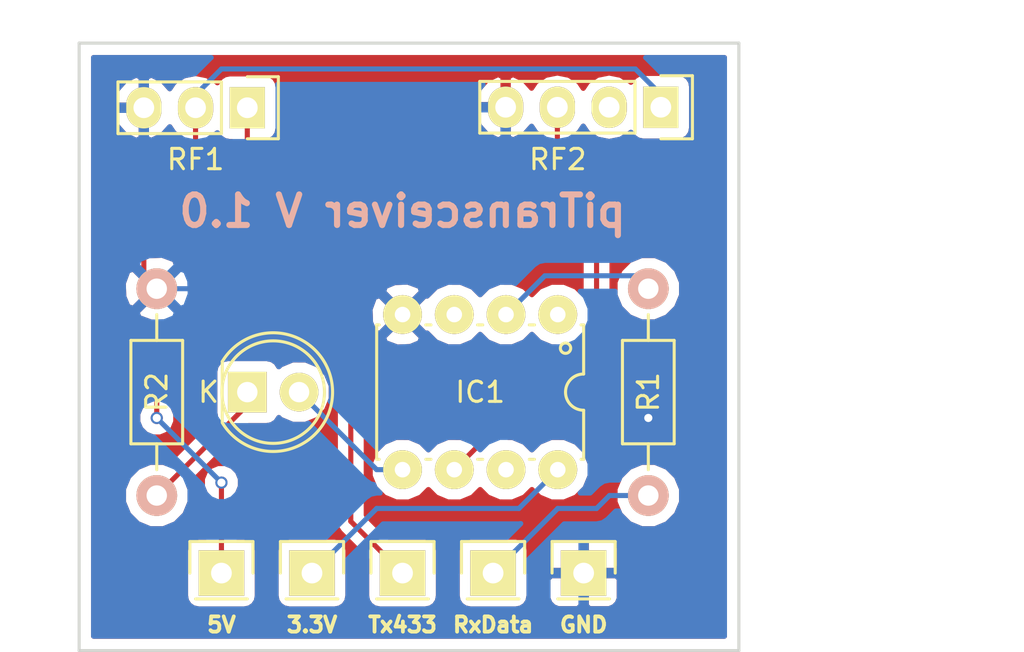
<source format=kicad_pcb>
(kicad_pcb (version 4) (host pcbnew 4.0.2+dfsg1-2~bpo8+1-stable)

  (general
    (links 13)
    (no_connects 0)
    (area 99.619999 81.204999 132.155001 111.200001)
    (thickness 1.6)
    (drawings 10)
    (tracks 52)
    (zones 0)
    (modules 11)
    (nets 14)
  )

  (page A4)
  (layers
    (0 F.Cu signal)
    (31 B.Cu signal)
    (32 B.Adhes user)
    (33 F.Adhes user)
    (34 B.Paste user)
    (35 F.Paste user)
    (36 B.SilkS user)
    (37 F.SilkS user)
    (38 B.Mask user)
    (39 F.Mask user)
    (40 Dwgs.User user)
    (41 Cmts.User user)
    (42 Eco1.User user)
    (43 Eco2.User user)
    (44 Edge.Cuts user)
    (45 Margin user)
    (46 B.CrtYd user)
    (47 F.CrtYd user)
    (48 B.Fab user)
    (49 F.Fab user)
  )

  (setup
    (last_trace_width 0.25)
    (trace_clearance 0.2)
    (zone_clearance 0.508)
    (zone_45_only no)
    (trace_min 0.2)
    (segment_width 0.2)
    (edge_width 0.15)
    (via_size 0.6)
    (via_drill 0.4)
    (via_min_size 0.4)
    (via_min_drill 0.3)
    (uvia_size 0.3)
    (uvia_drill 0.1)
    (uvias_allowed no)
    (uvia_min_size 0.2)
    (uvia_min_drill 0.1)
    (pcb_text_width 0.3)
    (pcb_text_size 0.75 0.75)
    (mod_edge_width 0.15)
    (mod_text_size 1 1)
    (mod_text_width 0.15)
    (pad_size 1.524 1.524)
    (pad_drill 0.762)
    (pad_to_mask_clearance 0.2)
    (aux_axis_origin 0 0)
    (visible_elements FFFFFF7F)
    (pcbplotparams
      (layerselection 0x00030_80000001)
      (usegerberextensions false)
      (excludeedgelayer true)
      (linewidth 0.100000)
      (plotframeref false)
      (viasonmask false)
      (mode 1)
      (useauxorigin false)
      (hpglpennumber 1)
      (hpglpenspeed 20)
      (hpglpendiameter 15)
      (hpglpenoverlay 2)
      (psnegative false)
      (psa4output false)
      (plotreference true)
      (plotvalue true)
      (plotinvisibletext false)
      (padsonsilk false)
      (subtractmaskfromsilk false)
      (outputformat 1)
      (mirror false)
      (drillshape 1)
      (scaleselection 1)
      (outputdirectory ""))
  )

  (net 0 "")
  (net 1 "Net-(D1-Pad2)")
  (net 2 "Net-(D1-Pad1)")
  (net 3 "Net-(IC1-Pad1)")
  (net 4 "Net-(IC1-Pad2)")
  (net 5 "Net-(IC1-Pad3)")
  (net 6 GND)
  (net 7 "Net-(IC1-Pad6)")
  (net 8 "Net-(IC1-Pad7)")
  (net 9 +3V3)
  (net 10 +5V)
  (net 11 "Net-(RF2-Pad2)")
  (net 12 "Net-(P2-Pad1)")
  (net 13 "Net-(P5-Pad1)")

  (net_class Default "This is the default net class."
    (clearance 0.2)
    (trace_width 0.25)
    (via_dia 0.6)
    (via_drill 0.4)
    (uvia_dia 0.3)
    (uvia_drill 0.1)
    (add_net +3V3)
    (add_net +5V)
    (add_net GND)
    (add_net "Net-(D1-Pad1)")
    (add_net "Net-(D1-Pad2)")
    (add_net "Net-(IC1-Pad1)")
    (add_net "Net-(IC1-Pad2)")
    (add_net "Net-(IC1-Pad3)")
    (add_net "Net-(IC1-Pad6)")
    (add_net "Net-(IC1-Pad7)")
    (add_net "Net-(P2-Pad1)")
    (add_net "Net-(P5-Pad1)")
    (add_net "Net-(RF2-Pad2)")
  )

  (module LEDs:LED-5MM (layer F.Cu) (tedit 57CC6B6E) (tstamp 57CC1B0B)
    (at 107.95 98.425)
    (descr "LED 5mm round vertical")
    (tags "LED 5mm round vertical")
    (path /57C5E819)
    (fp_text reference "" (at 1.524 4.064) (layer F.SilkS)
      (effects (font (size 1 1) (thickness 0.15)))
    )
    (fp_text value "" (at 1.524 -3.937) (layer F.Fab)
      (effects (font (size 1 1) (thickness 0.15)))
    )
    (fp_line (start -1.5 -1.55) (end -1.5 1.55) (layer F.CrtYd) (width 0.05))
    (fp_arc (start 1.3 0) (end -1.5 1.55) (angle -302) (layer F.CrtYd) (width 0.05))
    (fp_arc (start 1.27 0) (end -1.23 -1.5) (angle 297.5) (layer F.SilkS) (width 0.15))
    (fp_line (start -1.23 1.5) (end -1.23 -1.5) (layer F.SilkS) (width 0.15))
    (fp_circle (center 1.27 0) (end 0.97 -2.5) (layer F.SilkS) (width 0.15))
    (fp_text user K (at -1.905 0) (layer F.SilkS)
      (effects (font (size 1 1) (thickness 0.15)))
    )
    (pad 1 thru_hole rect (at 0 0 90) (size 2 1.9) (drill 1.00076) (layers *.Cu *.Mask F.SilkS)
      (net 2 "Net-(D1-Pad1)"))
    (pad 2 thru_hole circle (at 2.54 0) (size 1.9 1.9) (drill 1.00076) (layers *.Cu *.Mask F.SilkS)
      (net 1 "Net-(D1-Pad2)"))
    (model LEDs.3dshapes/LED-5MM.wrl
      (at (xyz 0.05 0 0))
      (scale (xyz 1 1 1))
      (rotate (xyz 0 0 90))
    )
  )

  (module Power_Integrations:PDIP-8 (layer F.Cu) (tedit 57CC6B7A) (tstamp 57CC1B17)
    (at 119.38 98.425 180)
    (descr "PDIP-8 Standard 300mil 8pin Dual In Line Package")
    (tags "Power Integrations P Package")
    (path /57C5E77A)
    (fp_text reference IC1 (at 0 0 180) (layer F.SilkS)
      (effects (font (size 1 1) (thickness 0.15)))
    )
    (fp_text value ATTINY85-S (at 0 -1.905 180) (layer F.Fab)
      (effects (font (size 1 1) (thickness 0.15)))
    )
    (fp_line (start -5.08 0.889) (end -5.08 3.302) (layer F.SilkS) (width 0.15))
    (fp_line (start -5.08 -0.889) (end -5.08 -3.302) (layer F.SilkS) (width 0.15))
    (fp_arc (start -5.08 0) (end -4.191 0) (angle 90) (layer F.SilkS) (width 0.15))
    (fp_arc (start -5.08 0) (end -5.08 -0.889) (angle 90) (layer F.SilkS) (width 0.15))
    (fp_circle (center -4.191 2.159) (end -3.937 2.159) (layer F.SilkS) (width 0.15))
    (fp_line (start 5.08 3.302) (end 4.953 3.302) (layer F.SilkS) (width 0.15))
    (fp_line (start 2.413 3.302) (end 2.667 3.302) (layer F.SilkS) (width 0.15))
    (fp_line (start -0.127 3.302) (end 0.127 3.302) (layer F.SilkS) (width 0.15))
    (fp_line (start -2.667 3.302) (end -2.413 3.302) (layer F.SilkS) (width 0.15))
    (fp_line (start -5.08 3.302) (end -4.953 3.302) (layer F.SilkS) (width 0.15))
    (fp_line (start -5.08 -3.302) (end -4.953 -3.302) (layer F.SilkS) (width 0.15))
    (fp_line (start 5.08 -3.302) (end 4.953 -3.302) (layer F.SilkS) (width 0.15))
    (fp_line (start 2.413 -3.302) (end 2.667 -3.302) (layer F.SilkS) (width 0.15))
    (fp_line (start -0.127 -3.302) (end 0.127 -3.302) (layer F.SilkS) (width 0.15))
    (fp_line (start -2.667 -3.302) (end -2.413 -3.302) (layer F.SilkS) (width 0.15))
    (fp_line (start 5.08 3.302) (end 5.08 -3.302) (layer F.SilkS) (width 0.15))
    (pad 1 thru_hole circle (at -3.81 3.81 180) (size 1.905 1.905) (drill 0.762) (layers *.Cu *.Mask F.SilkS)
      (net 3 "Net-(IC1-Pad1)"))
    (pad 2 thru_hole circle (at -1.27 3.81 180) (size 1.905 1.905) (drill 0.762) (layers *.Cu *.Mask F.SilkS)
      (net 4 "Net-(IC1-Pad2)"))
    (pad 3 thru_hole circle (at 1.27 3.81 180) (size 1.905 1.905) (drill 0.762) (layers *.Cu *.Mask F.SilkS)
      (net 5 "Net-(IC1-Pad3)"))
    (pad 4 thru_hole circle (at 3.81 3.81 180) (size 1.905 1.905) (drill 0.762) (layers *.Cu *.Mask F.SilkS)
      (net 6 GND))
    (pad 5 thru_hole circle (at 3.81 -3.81 180) (size 1.905 1.905) (drill 0.762) (layers *.Cu *.Mask F.SilkS)
      (net 1 "Net-(D1-Pad2)"))
    (pad 6 thru_hole circle (at 1.27 -3.81 180) (size 1.905 1.905) (drill 0.762) (layers *.Cu *.Mask F.SilkS)
      (net 7 "Net-(IC1-Pad6)"))
    (pad 7 thru_hole circle (at -1.27 -3.81 180) (size 1.905 1.905) (drill 0.762) (layers *.Cu *.Mask F.SilkS)
      (net 8 "Net-(IC1-Pad7)"))
    (pad 8 thru_hole circle (at -3.81 -3.81 180) (size 1.905 1.905) (drill 0.762) (layers *.Cu *.Mask F.SilkS)
      (net 9 +3V3))
  )

  (module Pin_Headers:Pin_Header_Straight_1x01 (layer F.Cu) (tedit 57CC6B48) (tstamp 57CC1B1C)
    (at 111.125 107.315)
    (descr "Through hole pin header")
    (tags "pin header")
    (path /57CC197E)
    (fp_text reference "" (at 0 -5.1) (layer F.SilkS)
      (effects (font (size 1 1) (thickness 0.15)))
    )
    (fp_text value "" (at 0 -3.1) (layer F.Fab)
      (effects (font (size 1 1) (thickness 0.15)))
    )
    (fp_line (start 1.55 -1.55) (end 1.55 0) (layer F.SilkS) (width 0.15))
    (fp_line (start -1.75 -1.75) (end -1.75 1.75) (layer F.CrtYd) (width 0.05))
    (fp_line (start 1.75 -1.75) (end 1.75 1.75) (layer F.CrtYd) (width 0.05))
    (fp_line (start -1.75 -1.75) (end 1.75 -1.75) (layer F.CrtYd) (width 0.05))
    (fp_line (start -1.75 1.75) (end 1.75 1.75) (layer F.CrtYd) (width 0.05))
    (fp_line (start -1.55 0) (end -1.55 -1.55) (layer F.SilkS) (width 0.15))
    (fp_line (start -1.55 -1.55) (end 1.55 -1.55) (layer F.SilkS) (width 0.15))
    (fp_line (start -1.27 1.27) (end 1.27 1.27) (layer F.SilkS) (width 0.15))
    (pad 1 thru_hole rect (at 0 0) (size 2.2352 2.2352) (drill 1.016) (layers *.Cu *.Mask F.SilkS)
      (net 9 +3V3))
    (model Pin_Headers.3dshapes/Pin_Header_Straight_1x01.wrl
      (at (xyz 0 0 0))
      (scale (xyz 1 1 1))
      (rotate (xyz 0 0 90))
    )
  )

  (module Pin_Headers:Pin_Header_Straight_1x01 (layer F.Cu) (tedit 57CC6B4D) (tstamp 57CC1B21)
    (at 115.57 107.315)
    (descr "Through hole pin header")
    (tags "pin header")
    (path /57CC22A8)
    (fp_text reference "" (at 0 -5.1) (layer F.SilkS)
      (effects (font (size 1 1) (thickness 0.15)))
    )
    (fp_text value "" (at 0 -3.1) (layer F.Fab)
      (effects (font (size 1 1) (thickness 0.15)))
    )
    (fp_line (start 1.55 -1.55) (end 1.55 0) (layer F.SilkS) (width 0.15))
    (fp_line (start -1.75 -1.75) (end -1.75 1.75) (layer F.CrtYd) (width 0.05))
    (fp_line (start 1.75 -1.75) (end 1.75 1.75) (layer F.CrtYd) (width 0.05))
    (fp_line (start -1.75 -1.75) (end 1.75 -1.75) (layer F.CrtYd) (width 0.05))
    (fp_line (start -1.75 1.75) (end 1.75 1.75) (layer F.CrtYd) (width 0.05))
    (fp_line (start -1.55 0) (end -1.55 -1.55) (layer F.SilkS) (width 0.15))
    (fp_line (start -1.55 -1.55) (end 1.55 -1.55) (layer F.SilkS) (width 0.15))
    (fp_line (start -1.27 1.27) (end 1.27 1.27) (layer F.SilkS) (width 0.15))
    (pad 1 thru_hole rect (at 0 0) (size 2.2352 2.2352) (drill 1.016) (layers *.Cu *.Mask F.SilkS)
      (net 12 "Net-(P2-Pad1)"))
    (model Pin_Headers.3dshapes/Pin_Header_Straight_1x01.wrl
      (at (xyz 0 0 0))
      (scale (xyz 1 1 1))
      (rotate (xyz 0 0 90))
    )
  )

  (module Pin_Headers:Pin_Header_Straight_1x01 (layer F.Cu) (tedit 57CC6A12) (tstamp 57CC1B26)
    (at 106.68 107.315)
    (descr "Through hole pin header")
    (tags "pin header")
    (path /57CC27FA)
    (fp_text reference "" (at 0 -5.1) (layer F.SilkS)
      (effects (font (size 1 1) (thickness 0.15)))
    )
    (fp_text value "" (at 0 -3.1) (layer F.Fab)
      (effects (font (size 1 1) (thickness 0.15)))
    )
    (fp_line (start 1.55 -1.55) (end 1.55 0) (layer F.SilkS) (width 0.15))
    (fp_line (start -1.75 -1.75) (end -1.75 1.75) (layer F.CrtYd) (width 0.05))
    (fp_line (start 1.75 -1.75) (end 1.75 1.75) (layer F.CrtYd) (width 0.05))
    (fp_line (start -1.75 -1.75) (end 1.75 -1.75) (layer F.CrtYd) (width 0.05))
    (fp_line (start -1.75 1.75) (end 1.75 1.75) (layer F.CrtYd) (width 0.05))
    (fp_line (start -1.55 0) (end -1.55 -1.55) (layer F.SilkS) (width 0.15))
    (fp_line (start -1.55 -1.55) (end 1.55 -1.55) (layer F.SilkS) (width 0.15))
    (fp_line (start -1.27 1.27) (end 1.27 1.27) (layer F.SilkS) (width 0.15))
    (pad 1 thru_hole rect (at 0 0) (size 2.2352 2.2352) (drill 1.016) (layers *.Cu *.Mask F.SilkS)
      (net 10 +5V))
    (model Pin_Headers.3dshapes/Pin_Header_Straight_1x01.wrl
      (at (xyz 0 0 0))
      (scale (xyz 1 1 1))
      (rotate (xyz 0 0 90))
    )
  )

  (module Pin_Headers:Pin_Header_Straight_1x01 (layer F.Cu) (tedit 57CC6B59) (tstamp 57CC1B2B)
    (at 124.46 107.315)
    (descr "Through hole pin header")
    (tags "pin header")
    (path /57CC28E9)
    (fp_text reference "" (at 0 -5.1) (layer F.SilkS)
      (effects (font (size 1 1) (thickness 0.15)))
    )
    (fp_text value "" (at 0 -3.1) (layer F.Fab)
      (effects (font (size 1 1) (thickness 0.15)))
    )
    (fp_line (start 1.55 -1.55) (end 1.55 0) (layer F.SilkS) (width 0.15))
    (fp_line (start -1.75 -1.75) (end -1.75 1.75) (layer F.CrtYd) (width 0.05))
    (fp_line (start 1.75 -1.75) (end 1.75 1.75) (layer F.CrtYd) (width 0.05))
    (fp_line (start -1.75 -1.75) (end 1.75 -1.75) (layer F.CrtYd) (width 0.05))
    (fp_line (start -1.75 1.75) (end 1.75 1.75) (layer F.CrtYd) (width 0.05))
    (fp_line (start -1.55 0) (end -1.55 -1.55) (layer F.SilkS) (width 0.15))
    (fp_line (start -1.55 -1.55) (end 1.55 -1.55) (layer F.SilkS) (width 0.15))
    (fp_line (start -1.27 1.27) (end 1.27 1.27) (layer F.SilkS) (width 0.15))
    (pad 1 thru_hole rect (at 0 0) (size 2.2352 2.2352) (drill 1.016) (layers *.Cu *.Mask F.SilkS)
      (net 6 GND))
    (model Pin_Headers.3dshapes/Pin_Header_Straight_1x01.wrl
      (at (xyz 0 0 0))
      (scale (xyz 1 1 1))
      (rotate (xyz 0 0 90))
    )
  )

  (module Pin_Headers:Pin_Header_Straight_1x01 (layer F.Cu) (tedit 57CC6B53) (tstamp 57CC1B30)
    (at 120.015 107.315)
    (descr "Through hole pin header")
    (tags "pin header")
    (path /57CC2460)
    (fp_text reference "" (at 0 -5.1) (layer F.SilkS)
      (effects (font (size 1 1) (thickness 0.15)))
    )
    (fp_text value "" (at 0 -3.1) (layer F.Fab)
      (effects (font (size 1 1) (thickness 0.15)))
    )
    (fp_line (start 1.55 -1.55) (end 1.55 0) (layer F.SilkS) (width 0.15))
    (fp_line (start -1.75 -1.75) (end -1.75 1.75) (layer F.CrtYd) (width 0.05))
    (fp_line (start 1.75 -1.75) (end 1.75 1.75) (layer F.CrtYd) (width 0.05))
    (fp_line (start -1.75 -1.75) (end 1.75 -1.75) (layer F.CrtYd) (width 0.05))
    (fp_line (start -1.75 1.75) (end 1.75 1.75) (layer F.CrtYd) (width 0.05))
    (fp_line (start -1.55 0) (end -1.55 -1.55) (layer F.SilkS) (width 0.15))
    (fp_line (start -1.55 -1.55) (end 1.55 -1.55) (layer F.SilkS) (width 0.15))
    (fp_line (start -1.27 1.27) (end 1.27 1.27) (layer F.SilkS) (width 0.15))
    (pad 1 thru_hole rect (at 0 0) (size 2.2352 2.2352) (drill 1.016) (layers *.Cu *.Mask F.SilkS)
      (net 13 "Net-(P5-Pad1)"))
    (model Pin_Headers.3dshapes/Pin_Header_Straight_1x01.wrl
      (at (xyz 0 0 0))
      (scale (xyz 1 1 1))
      (rotate (xyz 0 0 90))
    )
  )

  (module Resistors_ThroughHole:Resistor_Horizontal_RM10mm (layer F.Cu) (tedit 57CC6984) (tstamp 57CC1B36)
    (at 127.635 93.345 270)
    (descr "Resistor, Axial,  RM 10mm, 1/3W")
    (tags "Resistor Axial RM 10mm 1/3W")
    (path /57C5E871)
    (fp_text reference R1 (at 5.08 0 270) (layer F.SilkS)
      (effects (font (size 1 1) (thickness 0.15)))
    )
    (fp_text value "" (at 5.08 3.81 270) (layer F.Fab)
      (effects (font (size 1 1) (thickness 0.15)))
    )
    (fp_line (start -1.25 -1.5) (end 11.4 -1.5) (layer F.CrtYd) (width 0.05))
    (fp_line (start -1.25 1.5) (end -1.25 -1.5) (layer F.CrtYd) (width 0.05))
    (fp_line (start 11.4 -1.5) (end 11.4 1.5) (layer F.CrtYd) (width 0.05))
    (fp_line (start -1.25 1.5) (end 11.4 1.5) (layer F.CrtYd) (width 0.05))
    (fp_line (start 2.54 -1.27) (end 7.62 -1.27) (layer F.SilkS) (width 0.15))
    (fp_line (start 7.62 -1.27) (end 7.62 1.27) (layer F.SilkS) (width 0.15))
    (fp_line (start 7.62 1.27) (end 2.54 1.27) (layer F.SilkS) (width 0.15))
    (fp_line (start 2.54 1.27) (end 2.54 -1.27) (layer F.SilkS) (width 0.15))
    (fp_line (start 2.54 0) (end 1.27 0) (layer F.SilkS) (width 0.15))
    (fp_line (start 7.62 0) (end 8.89 0) (layer F.SilkS) (width 0.15))
    (pad 1 thru_hole circle (at 0 0 270) (size 1.99898 1.99898) (drill 1.00076) (layers *.Cu *.SilkS *.Mask)
      (net 4 "Net-(IC1-Pad2)"))
    (pad 2 thru_hole circle (at 10.16 0 270) (size 1.99898 1.99898) (drill 1.00076) (layers *.Cu *.SilkS *.Mask)
      (net 13 "Net-(P5-Pad1)"))
    (model Resistors_ThroughHole.3dshapes/Resistor_Horizontal_RM10mm.wrl
      (at (xyz 0 0 0))
      (scale (xyz 0.4 0.4 0.4))
      (rotate (xyz 0 0 0))
    )
  )

  (module Resistors_ThroughHole:Resistor_Horizontal_RM10mm (layer F.Cu) (tedit 57CC6972) (tstamp 57CC1B3C)
    (at 103.505 93.345 270)
    (descr "Resistor, Axial,  RM 10mm, 1/3W")
    (tags "Resistor Axial RM 10mm 1/3W")
    (path /57C5E8C8)
    (fp_text reference R2 (at 5.08 0 270) (layer F.SilkS)
      (effects (font (size 1 1) (thickness 0.15)))
    )
    (fp_text value "" (at 5.08 3.81 270) (layer F.Fab)
      (effects (font (size 1 1) (thickness 0.15)))
    )
    (fp_line (start -1.25 -1.5) (end 11.4 -1.5) (layer F.CrtYd) (width 0.05))
    (fp_line (start -1.25 1.5) (end -1.25 -1.5) (layer F.CrtYd) (width 0.05))
    (fp_line (start 11.4 -1.5) (end 11.4 1.5) (layer F.CrtYd) (width 0.05))
    (fp_line (start -1.25 1.5) (end 11.4 1.5) (layer F.CrtYd) (width 0.05))
    (fp_line (start 2.54 -1.27) (end 7.62 -1.27) (layer F.SilkS) (width 0.15))
    (fp_line (start 7.62 -1.27) (end 7.62 1.27) (layer F.SilkS) (width 0.15))
    (fp_line (start 7.62 1.27) (end 2.54 1.27) (layer F.SilkS) (width 0.15))
    (fp_line (start 2.54 1.27) (end 2.54 -1.27) (layer F.SilkS) (width 0.15))
    (fp_line (start 2.54 0) (end 1.27 0) (layer F.SilkS) (width 0.15))
    (fp_line (start 7.62 0) (end 8.89 0) (layer F.SilkS) (width 0.15))
    (pad 1 thru_hole circle (at 0 0 270) (size 1.99898 1.99898) (drill 1.00076) (layers *.Cu *.SilkS *.Mask)
      (net 6 GND))
    (pad 2 thru_hole circle (at 10.16 0 270) (size 1.99898 1.99898) (drill 1.00076) (layers *.Cu *.SilkS *.Mask)
      (net 2 "Net-(D1-Pad1)"))
    (model Resistors_ThroughHole.3dshapes/Resistor_Horizontal_RM10mm.wrl
      (at (xyz 0 0 0))
      (scale (xyz 0.4 0.4 0.4))
      (rotate (xyz 0 0 0))
    )
  )

  (module Sensors:RF_Transmitter_433_MHz (layer F.Cu) (tedit 57CC67B9) (tstamp 57CC1B43)
    (at 105.41 84.455 180)
    (path /57C5E6DB)
    (fp_text reference RF1 (at 0 -2.54 180) (layer F.SilkS)
      (effects (font (size 1 1) (thickness 0.15)))
    )
    (fp_text value RF_Transmitter_433_MHz (at 0 4.445 180) (layer F.Fab)
      (effects (font (size 1 1) (thickness 0.15)))
    )
    (fp_line (start 3.81 1.27) (end -1.27 1.27) (layer F.SilkS) (width 0.15))
    (fp_line (start 3.81 -1.27) (end 3.81 1.27) (layer F.SilkS) (width 0.15))
    (fp_line (start -1.27 -1.27) (end 3.81 -1.27) (layer F.SilkS) (width 0.15))
    (fp_line (start -1.27 1.27) (end -1.27 -1.27) (layer F.SilkS) (width 0.15))
    (fp_line (start -4.064 1.524) (end -2.54 1.524) (layer F.SilkS) (width 0.15))
    (fp_line (start -4.064 -1.524) (end -4.064 1.524) (layer F.SilkS) (width 0.15))
    (fp_line (start -2.54 -1.524) (end -4.064 -1.524) (layer F.SilkS) (width 0.15))
    (fp_line (start -4.445 0.635) (end -4.445 -0.635) (layer F.CrtYd) (width 0.15))
    (fp_line (start -6.985 0.635) (end -4.445 0.635) (layer F.CrtYd) (width 0.15))
    (fp_line (start -6.985 -0.635) (end -6.985 0.635) (layer F.CrtYd) (width 0.15))
    (fp_line (start 9.525 -0.635) (end -9.525 -0.635) (layer F.CrtYd) (width 0.15))
    (fp_line (start 9.525 -1.905) (end 9.525 -0.635) (layer F.CrtYd) (width 0.15))
    (fp_line (start -9.525 -1.905) (end 9.525 -1.905) (layer F.CrtYd) (width 0.15))
    (fp_line (start -9.525 -0.635) (end -9.525 -1.905) (layer F.CrtYd) (width 0.15))
    (pad 1 thru_hole rect (at -2.54 0 270) (size 2.032 1.7272) (drill 1.016) (layers *.Cu *.Mask F.SilkS)
      (net 12 "Net-(P2-Pad1)"))
    (pad 2 thru_hole oval (at 0 0 270) (size 2.032 1.7272) (drill 1.016) (layers *.Cu *.Mask F.SilkS)
      (net 10 +5V))
    (pad 3 thru_hole oval (at 2.54 0 270) (size 2.032 1.7272) (drill 1.016) (layers *.Cu *.Mask F.SilkS)
      (net 6 GND))
  )

  (module Sensors:RF_Receiver_433_MHz (layer F.Cu) (tedit 57CC67C6) (tstamp 57CC1B4B)
    (at 123.19 84.455 180)
    (descr "433 MHz RF Receiver")
    (tags "rf receiver 433 mhz")
    (path /57C5E674)
    (fp_text reference RF2 (at 0 -2.54 180) (layer F.SilkS)
      (effects (font (size 1 1) (thickness 0.15)))
    )
    (fp_text value RF_Receiver_433_MHz (at -4.445 4.445 180) (layer F.Fab)
      (effects (font (size 1 1) (thickness 0.15)))
    )
    (fp_line (start -4.7 -1.1) (end -4.7 -4.6) (layer F.CrtYd) (width 0.15))
    (fp_line (start -7.4 -1.1) (end -4.7 -1.1) (layer F.CrtYd) (width 0.15))
    (fp_line (start -7.4 -4.6) (end -7.4 -1.1) (layer F.CrtYd) (width 0.15))
    (fp_circle (center -20.8 -3) (end -19.6 -2) (layer F.CrtYd) (width 0.15))
    (fp_line (start 7.58 -4.55) (end 7.58 -5.55) (layer F.CrtYd) (width 0.15))
    (fp_line (start -22.82 -4.55) (end 7.58 -4.55) (layer F.CrtYd) (width 0.15))
    (fp_line (start -22.82 -5.54) (end -22.82 -4.55) (layer F.CrtYd) (width 0.15))
    (fp_line (start 7.58 -5.54) (end -22.82 -5.54) (layer F.CrtYd) (width 0.15))
    (fp_line (start -3.790707 1.294229) (end 3.829293 1.294229) (layer F.SilkS) (width 0.15))
    (fp_line (start -3.790707 -1.245771) (end 3.829293 -1.245771) (layer F.SilkS) (width 0.15))
    (fp_line (start -6.610707 -1.525771) (end -5.060707 -1.525771) (layer F.SilkS) (width 0.15))
    (fp_line (start 3.829293 1.294229) (end 3.829293 -1.245771) (layer F.SilkS) (width 0.15))
    (fp_line (start -3.790707 -1.245771) (end -3.790707 1.294229) (layer F.SilkS) (width 0.15))
    (fp_line (start -5.060707 1.574229) (end -6.610707 1.574229) (layer F.SilkS) (width 0.15))
    (fp_line (start -6.610707 1.574229) (end -6.610707 -1.525771) (layer F.SilkS) (width 0.15))
    (pad 1 thru_hole rect (at -5.060707 0.024229 270) (size 2.032 1.7272) (drill 1.016) (layers *.Cu *.Mask F.SilkS)
      (net 10 +5V))
    (pad 2 thru_hole oval (at -2.520707 0.024229 270) (size 2.032 1.7272) (drill 1.016) (layers *.Cu *.Mask F.SilkS)
      (net 11 "Net-(RF2-Pad2)"))
    (pad 3 thru_hole oval (at 0.019293 0.024229 270) (size 2.032 1.7272) (drill 1.016) (layers *.Cu *.Mask F.SilkS)
      (net 7 "Net-(IC1-Pad6)"))
    (pad 4 thru_hole oval (at 2.559293 0.024229 270) (size 2.032 1.7272) (drill 1.016) (layers *.Cu *.Mask F.SilkS)
      (net 6 GND))
    (model Pin_Headers.3dshapes/Pin_Header_Straight_1x04.wrl
      (at (xyz 0 -0.15 0))
      (scale (xyz 1 1 1))
      (rotate (xyz 0 0 90))
    )
  )

  (gr_text "piTransceiver V 1.0" (at 115.57 89.535) (layer B.SilkS)
    (effects (font (size 1.5 1.5) (thickness 0.3)) (justify mirror))
  )
  (gr_text GND (at 124.46 109.855) (layer F.SilkS)
    (effects (font (size 0.75 0.75) (thickness 0.1875)))
  )
  (gr_text RxData (at 120.015 109.855) (layer F.SilkS)
    (effects (font (size 0.75 0.75) (thickness 0.1875)))
  )
  (gr_text Tx433 (at 115.57 109.855) (layer F.SilkS)
    (effects (font (size 0.75 0.75) (thickness 0.1875)))
  )
  (gr_text 3.3V (at 111.125 109.855) (layer F.SilkS)
    (effects (font (size 0.75 0.75) (thickness 0.1875)))
  )
  (gr_text 5V (at 106.68 109.855) (layer F.SilkS)
    (effects (font (size 0.75 0.75) (thickness 0.1875)))
  )
  (gr_line (start 99.695 111.125) (end 132.08 111.125) (angle 90) (layer Edge.Cuts) (width 0.15))
  (gr_line (start 99.695 81.28) (end 99.695 111.125) (angle 90) (layer Edge.Cuts) (width 0.15))
  (gr_line (start 132.08 81.28) (end 99.695 81.28) (angle 90) (layer Edge.Cuts) (width 0.15))
  (gr_line (start 132.08 111.125) (end 132.08 81.28) (angle 90) (layer Edge.Cuts) (width 0.15))

  (segment (start 110.49 98.425) (end 114.3 102.235) (width 0.25) (layer B.Cu) (net 1) (status 80000))
  (segment (start 114.3 102.235) (end 115.57 102.235) (width 0.25) (layer B.Cu) (net 1) (status 80000))
  (segment (start 103.505 103.505) (end 107.95 99.06) (width 0.25) (layer F.Cu) (net 2) (status 80000))
  (segment (start 107.95 99.06) (end 107.95 98.425) (width 0.25) (layer F.Cu) (net 2) (status 80000))
  (segment (start 127.635 93.345) (end 127 92.71) (width 0.25) (layer B.Cu) (net 4) (status 80000))
  (segment (start 127 92.71) (end 122.555 92.71) (width 0.25) (layer B.Cu) (net 4) (status 80000))
  (segment (start 122.555 92.71) (end 120.65 94.615) (width 0.25) (layer B.Cu) (net 4) (status 80000))
  (segment (start 124.46 107.315) (end 124.46 104.14) (width 0.25) (layer F.Cu) (net 6) (status 400000))
  (segment (start 117.475 96.52) (end 115.57 94.615) (width 0.25) (layer B.Cu) (net 6) (status 80000))
  (segment (start 124.46 96.52) (end 117.475 96.52) (width 0.25) (layer B.Cu) (net 6) (status 80000))
  (segment (start 127.635 99.695) (end 124.46 96.52) (width 0.25) (layer B.Cu) (net 6) (status 80000))
  (via (at 127.635 99.695) (size 0.6) (layers F.Cu B.Cu) (net 6) (status 80000))
  (segment (start 127.635 100.965) (end 127.635 99.695) (width 0.25) (layer F.Cu) (net 6) (status 80000))
  (segment (start 125.73 102.87) (end 127.635 100.965) (width 0.25) (layer F.Cu) (net 6) (status 80000))
  (segment (start 124.46 104.14) (end 125.73 102.87) (width 0.25) (layer F.Cu) (net 6) (tstamp 57CC6CEA))
  (segment (start 115.57 94.615) (end 120.65 89.535) (width 0.25) (layer F.Cu) (net 6) (status 80000))
  (segment (start 120.65 89.535) (end 120.65 84.455) (width 0.25) (layer F.Cu) (net 6) (status 80000))
  (segment (start 120.65 84.455) (end 120.630707 84.430771) (width 0.25) (layer F.Cu) (net 6) (tstamp 57CC6C2F) (status 80000))
  (segment (start 115.57 94.615) (end 114.3 93.345) (width 0.25) (layer B.Cu) (net 6) (status 80000))
  (segment (start 114.3 93.345) (end 103.505 93.345) (width 0.25) (layer B.Cu) (net 6) (status 80000))
  (segment (start 103.505 93.345) (end 102.87 92.71) (width 0.25) (layer F.Cu) (net 6) (status 80000))
  (segment (start 102.87 92.71) (end 102.87 84.455) (width 0.25) (layer F.Cu) (net 6) (status 80000))
  (segment (start 125.095 93.98) (end 125.095 88.265) (width 0.25) (layer F.Cu) (net 7))
  (segment (start 125.095 95.25) (end 125.095 93.98) (width 0.25) (layer F.Cu) (net 7) (status 80000))
  (segment (start 118.11 102.235) (end 125.095 95.25) (width 0.25) (layer F.Cu) (net 7) (status 80000))
  (segment (start 123.170707 86.340707) (end 123.170707 84.430771) (width 0.25) (layer F.Cu) (net 7) (tstamp 57CC6D14) (status 800000))
  (segment (start 125.095 88.265) (end 123.170707 86.340707) (width 0.25) (layer F.Cu) (net 7) (tstamp 57CC6D0E))
  (segment (start 123.19 84.455) (end 123.170707 84.430771) (width 0.25) (layer F.Cu) (net 7) (tstamp 57CC6C30) (status 80000))
  (segment (start 111.125 107.315) (end 114.3 104.14) (width 0.25) (layer B.Cu) (net 9) (status 80000))
  (segment (start 114.3 104.14) (end 121.285 104.14) (width 0.25) (layer B.Cu) (net 9) (status 80000))
  (segment (start 121.285 104.14) (end 123.19 102.235) (width 0.25) (layer B.Cu) (net 9) (status 80000))
  (segment (start 128.250707 84.430771) (end 128.250707 83.800707) (width 0.25) (layer B.Cu) (net 10) (status C00000))
  (segment (start 128.250707 83.800707) (end 127 82.55) (width 0.25) (layer B.Cu) (net 10) (tstamp 57CC6C38) (status 400000))
  (segment (start 127 82.55) (end 106.68 82.55) (width 0.25) (layer B.Cu) (net 10) (status 80000))
  (segment (start 105.41 83.82) (end 106.68 82.55) (width 0.25) (layer B.Cu) (net 10) (tstamp 57CC6C33) (status 400000))
  (segment (start 105.41 84.455) (end 105.41 83.82) (width 0.25) (layer B.Cu) (net 10) (status C00000))
  (segment (start 105.41 84.455) (end 105.41 93.98) (width 0.25) (layer F.Cu) (net 10) (status 80000))
  (segment (start 105.41 93.98) (end 103.505 95.885) (width 0.25) (layer F.Cu) (net 10) (status 80000))
  (segment (start 103.505 95.885) (end 103.505 99.695) (width 0.25) (layer F.Cu) (net 10) (status 80000))
  (via (at 103.505 99.695) (size 0.6) (layers F.Cu B.Cu) (net 10) (status 80000))
  (segment (start 103.505 99.695) (end 106.68 102.87) (width 0.25) (layer B.Cu) (net 10) (status 80000))
  (via (at 106.68 102.87) (size 0.6) (layers F.Cu B.Cu) (net 10) (status 80000))
  (segment (start 106.68 102.87) (end 106.68 107.315) (width 0.25) (layer F.Cu) (net 10) (status 80000))
  (segment (start 128.250707 84.430771) (end 128.27 84.455) (width 0.25) (layer B.Cu) (net 10) (status 80000))
  (segment (start 107.95 84.455) (end 107.95 90.805) (width 0.25) (layer F.Cu) (net 12) (status 400000))
  (segment (start 113.03 104.775) (end 115.57 107.315) (width 0.25) (layer F.Cu) (net 12) (tstamp 57CC6CB8) (status 800000))
  (segment (start 113.03 95.885) (end 113.03 104.775) (width 0.25) (layer F.Cu) (net 12) (tstamp 57CC6CB3))
  (segment (start 107.95 90.805) (end 113.03 95.885) (width 0.25) (layer F.Cu) (net 12) (tstamp 57CC6CA7))
  (segment (start 127.635 103.505) (end 125.73 103.505) (width 0.25) (layer B.Cu) (net 13) (status 400000))
  (segment (start 123.19 104.14) (end 120.015 107.315) (width 0.25) (layer B.Cu) (net 13) (tstamp 57CC6C51) (status 800000))
  (segment (start 125.095 104.14) (end 123.19 104.14) (width 0.25) (layer B.Cu) (net 13) (tstamp 57CC6C4D))
  (segment (start 125.73 103.505) (end 125.095 104.14) (width 0.25) (layer B.Cu) (net 13) (tstamp 57CC6C45))

  (zone (net 6) (net_name GND) (layer F.Cu) (tstamp 57CC6E3E) (hatch edge 0.508)
    (connect_pads (clearance 0.508))
    (min_thickness 0.254)
    (fill yes (arc_segments 16) (thermal_gap 0.508) (thermal_bridge_width 0.508))
    (polygon
      (pts
        (xy 99.695 81.28) (xy 132.08 81.28) (xy 132.08 111.125) (xy 99.695 111.125)
      )
    )
    (filled_polygon
      (pts
        (xy 131.37 110.415) (xy 100.405 110.415) (xy 100.405 106.1974) (xy 104.91496 106.1974) (xy 104.91496 108.4326)
        (xy 104.959238 108.667917) (xy 105.09831 108.884041) (xy 105.31051 109.029031) (xy 105.5624 109.08004) (xy 107.7976 109.08004)
        (xy 108.032917 109.035762) (xy 108.249041 108.89669) (xy 108.394031 108.68449) (xy 108.44504 108.4326) (xy 108.44504 106.1974)
        (xy 109.35996 106.1974) (xy 109.35996 108.4326) (xy 109.404238 108.667917) (xy 109.54331 108.884041) (xy 109.75551 109.029031)
        (xy 110.0074 109.08004) (xy 112.2426 109.08004) (xy 112.477917 109.035762) (xy 112.694041 108.89669) (xy 112.839031 108.68449)
        (xy 112.89004 108.4326) (xy 112.89004 106.1974) (xy 112.845762 105.962083) (xy 112.70669 105.745959) (xy 112.49449 105.600969)
        (xy 112.2426 105.54996) (xy 110.0074 105.54996) (xy 109.772083 105.594238) (xy 109.555959 105.73331) (xy 109.410969 105.94551)
        (xy 109.35996 106.1974) (xy 108.44504 106.1974) (xy 108.400762 105.962083) (xy 108.26169 105.745959) (xy 108.04949 105.600969)
        (xy 107.7976 105.54996) (xy 107.44 105.54996) (xy 107.44 103.432463) (xy 107.472192 103.400327) (xy 107.614838 103.056799)
        (xy 107.615162 102.684833) (xy 107.473117 102.341057) (xy 107.210327 102.077808) (xy 106.866799 101.935162) (xy 106.494833 101.934838)
        (xy 106.151057 102.076883) (xy 105.887808 102.339673) (xy 105.745162 102.683201) (xy 105.744838 103.055167) (xy 105.886883 103.398943)
        (xy 105.92 103.432118) (xy 105.92 105.54996) (xy 105.5624 105.54996) (xy 105.327083 105.594238) (xy 105.110959 105.73331)
        (xy 104.965969 105.94551) (xy 104.91496 106.1974) (xy 100.405 106.1974) (xy 100.405 103.828694) (xy 101.870226 103.828694)
        (xy 102.118538 104.429655) (xy 102.577927 104.889846) (xy 103.178453 105.139206) (xy 103.828694 105.139774) (xy 104.429655 104.891462)
        (xy 104.889846 104.432073) (xy 105.139206 103.831547) (xy 105.139774 103.181306) (xy 105.070691 103.014111) (xy 108.012362 100.07244)
        (xy 108.9 100.07244) (xy 109.135317 100.028162) (xy 109.351441 99.88909) (xy 109.496431 99.67689) (xy 109.497055 99.673808)
        (xy 109.590997 99.767914) (xy 110.173341 100.009724) (xy 110.803893 100.010275) (xy 111.386657 99.769481) (xy 111.832914 99.324003)
        (xy 112.074724 98.741659) (xy 112.075275 98.111107) (xy 111.834481 97.528343) (xy 111.389003 97.082086) (xy 110.806659 96.840276)
        (xy 110.176107 96.839725) (xy 109.593343 97.080519) (xy 109.495663 97.178029) (xy 109.36409 96.973559) (xy 109.15189 96.828569)
        (xy 108.9 96.77756) (xy 107 96.77756) (xy 106.764683 96.821838) (xy 106.548559 96.96091) (xy 106.403569 97.17311)
        (xy 106.35256 97.425) (xy 106.35256 99.425) (xy 106.377524 99.557674) (xy 103.996083 101.939115) (xy 103.831547 101.870794)
        (xy 103.181306 101.870226) (xy 102.580345 102.118538) (xy 102.120154 102.577927) (xy 101.870794 103.178453) (xy 101.870226 103.828694)
        (xy 100.405 103.828694) (xy 100.405 93.080582) (xy 101.859599 93.080582) (xy 101.883659 93.730377) (xy 102.086035 94.218958)
        (xy 102.352837 94.317557) (xy 103.325395 93.345) (xy 102.352837 92.372443) (xy 102.086035 92.471042) (xy 101.859599 93.080582)
        (xy 100.405 93.080582) (xy 100.405 92.192837) (xy 102.532443 92.192837) (xy 103.505 93.165395) (xy 103.519142 93.151252)
        (xy 103.698748 93.330858) (xy 103.684605 93.345) (xy 103.698748 93.359142) (xy 103.519142 93.538748) (xy 103.505 93.524605)
        (xy 102.532443 94.497163) (xy 102.631042 94.763965) (xy 103.240582 94.990401) (xy 103.328035 94.987163) (xy 102.967599 95.347599)
        (xy 102.802852 95.594161) (xy 102.745 95.885) (xy 102.745 99.132537) (xy 102.712808 99.164673) (xy 102.570162 99.508201)
        (xy 102.569838 99.880167) (xy 102.711883 100.223943) (xy 102.974673 100.487192) (xy 103.318201 100.629838) (xy 103.690167 100.630162)
        (xy 104.033943 100.488117) (xy 104.297192 100.225327) (xy 104.439838 99.881799) (xy 104.440162 99.509833) (xy 104.298117 99.166057)
        (xy 104.265 99.132882) (xy 104.265 96.199802) (xy 105.947401 94.517401) (xy 106.112148 94.270839) (xy 106.17 93.98)
        (xy 106.17 85.899648) (xy 106.46967 85.699415) (xy 106.479243 85.685087) (xy 106.483238 85.706317) (xy 106.62231 85.922441)
        (xy 106.83451 86.067431) (xy 107.0864 86.11844) (xy 107.19 86.11844) (xy 107.19 90.805) (xy 107.247852 91.095839)
        (xy 107.412599 91.342401) (xy 112.27 96.199802) (xy 112.27 104.775) (xy 112.327852 105.065839) (xy 112.492599 105.312401)
        (xy 113.80496 106.624762) (xy 113.80496 108.4326) (xy 113.849238 108.667917) (xy 113.98831 108.884041) (xy 114.20051 109.029031)
        (xy 114.4524 109.08004) (xy 116.6876 109.08004) (xy 116.922917 109.035762) (xy 117.139041 108.89669) (xy 117.284031 108.68449)
        (xy 117.33504 108.4326) (xy 117.33504 106.1974) (xy 118.24996 106.1974) (xy 118.24996 108.4326) (xy 118.294238 108.667917)
        (xy 118.43331 108.884041) (xy 118.64551 109.029031) (xy 118.8974 109.08004) (xy 121.1326 109.08004) (xy 121.367917 109.035762)
        (xy 121.584041 108.89669) (xy 121.729031 108.68449) (xy 121.78004 108.4326) (xy 121.78004 107.60075) (xy 122.7074 107.60075)
        (xy 122.7074 108.55891) (xy 122.804073 108.792299) (xy 122.982702 108.970927) (xy 123.216091 109.0676) (xy 124.17425 109.0676)
        (xy 124.333 108.90885) (xy 124.333 107.442) (xy 124.587 107.442) (xy 124.587 108.90885) (xy 124.74575 109.0676)
        (xy 125.703909 109.0676) (xy 125.937298 108.970927) (xy 126.115927 108.792299) (xy 126.2126 108.55891) (xy 126.2126 107.60075)
        (xy 126.05385 107.442) (xy 124.587 107.442) (xy 124.333 107.442) (xy 122.86615 107.442) (xy 122.7074 107.60075)
        (xy 121.78004 107.60075) (xy 121.78004 106.1974) (xy 121.756274 106.07109) (xy 122.7074 106.07109) (xy 122.7074 107.02925)
        (xy 122.86615 107.188) (xy 124.333 107.188) (xy 124.333 105.72115) (xy 124.587 105.72115) (xy 124.587 107.188)
        (xy 126.05385 107.188) (xy 126.2126 107.02925) (xy 126.2126 106.07109) (xy 126.115927 105.837701) (xy 125.937298 105.659073)
        (xy 125.703909 105.5624) (xy 124.74575 105.5624) (xy 124.587 105.72115) (xy 124.333 105.72115) (xy 124.17425 105.5624)
        (xy 123.216091 105.5624) (xy 122.982702 105.659073) (xy 122.804073 105.837701) (xy 122.7074 106.07109) (xy 121.756274 106.07109)
        (xy 121.735762 105.962083) (xy 121.59669 105.745959) (xy 121.38449 105.600969) (xy 121.1326 105.54996) (xy 118.8974 105.54996)
        (xy 118.662083 105.594238) (xy 118.445959 105.73331) (xy 118.300969 105.94551) (xy 118.24996 106.1974) (xy 117.33504 106.1974)
        (xy 117.290762 105.962083) (xy 117.15169 105.745959) (xy 116.93949 105.600969) (xy 116.6876 105.54996) (xy 114.879762 105.54996)
        (xy 113.79 104.460198) (xy 113.79 103.828694) (xy 126.000226 103.828694) (xy 126.248538 104.429655) (xy 126.707927 104.889846)
        (xy 127.308453 105.139206) (xy 127.958694 105.139774) (xy 128.559655 104.891462) (xy 129.019846 104.432073) (xy 129.269206 103.831547)
        (xy 129.269774 103.181306) (xy 129.021462 102.580345) (xy 128.562073 102.120154) (xy 127.961547 101.870794) (xy 127.311306 101.870226)
        (xy 126.710345 102.118538) (xy 126.250154 102.577927) (xy 126.000794 103.178453) (xy 126.000226 103.828694) (xy 113.79 103.828694)
        (xy 113.79 102.549388) (xy 113.982225 102.549388) (xy 114.223398 103.133072) (xy 114.669579 103.580032) (xy 115.252841 103.822224)
        (xy 115.884388 103.822775) (xy 116.468072 103.581602) (xy 116.840257 103.210065) (xy 117.209579 103.580032) (xy 117.792841 103.822224)
        (xy 118.424388 103.822775) (xy 119.008072 103.581602) (xy 119.380257 103.210065) (xy 119.749579 103.580032) (xy 120.332841 103.822224)
        (xy 120.964388 103.822775) (xy 121.548072 103.581602) (xy 121.920257 103.210065) (xy 122.289579 103.580032) (xy 122.872841 103.822224)
        (xy 123.504388 103.822775) (xy 124.088072 103.581602) (xy 124.535032 103.135421) (xy 124.777224 102.552159) (xy 124.777775 101.920612)
        (xy 124.536602 101.336928) (xy 124.090421 100.889968) (xy 123.507159 100.647776) (xy 122.875612 100.647225) (xy 122.291928 100.888398)
        (xy 121.919743 101.259935) (xy 121.550421 100.889968) (xy 120.967159 100.647776) (xy 120.772196 100.647606) (xy 125.632401 95.787401)
        (xy 125.797148 95.540839) (xy 125.855 95.25) (xy 125.855 93.668694) (xy 126.000226 93.668694) (xy 126.248538 94.269655)
        (xy 126.707927 94.729846) (xy 127.308453 94.979206) (xy 127.958694 94.979774) (xy 128.559655 94.731462) (xy 129.019846 94.272073)
        (xy 129.269206 93.671547) (xy 129.269774 93.021306) (xy 129.021462 92.420345) (xy 128.562073 91.960154) (xy 127.961547 91.710794)
        (xy 127.311306 91.710226) (xy 126.710345 91.958538) (xy 126.250154 92.417927) (xy 126.000794 93.018453) (xy 126.000226 93.668694)
        (xy 125.855 93.668694) (xy 125.855 88.265) (xy 125.797148 87.974161) (xy 125.797148 87.97416) (xy 125.632401 87.727599)
        (xy 123.930707 86.025905) (xy 123.930707 85.875419) (xy 124.230377 85.675186) (xy 124.440707 85.360405) (xy 124.651037 85.675186)
        (xy 125.137218 86.000042) (xy 125.710707 86.114116) (xy 126.284196 86.000042) (xy 126.770377 85.675186) (xy 126.77995 85.660858)
        (xy 126.783945 85.682088) (xy 126.923017 85.898212) (xy 127.135217 86.043202) (xy 127.387107 86.094211) (xy 129.114307 86.094211)
        (xy 129.349624 86.049933) (xy 129.565748 85.910861) (xy 129.710738 85.698661) (xy 129.761747 85.446771) (xy 129.761747 83.414771)
        (xy 129.717469 83.179454) (xy 129.578397 82.96333) (xy 129.366197 82.81834) (xy 129.114307 82.767331) (xy 127.387107 82.767331)
        (xy 127.15179 82.811609) (xy 126.935666 82.950681) (xy 126.790676 83.162881) (xy 126.782307 83.20421) (xy 126.770377 83.186356)
        (xy 126.284196 82.8615) (xy 125.710707 82.747426) (xy 125.137218 82.8615) (xy 124.651037 83.186356) (xy 124.440707 83.501137)
        (xy 124.230377 83.186356) (xy 123.744196 82.8615) (xy 123.170707 82.747426) (xy 122.597218 82.8615) (xy 122.111037 83.186356)
        (xy 121.904246 83.49584) (xy 121.532743 83.080039) (xy 121.005498 82.826062) (xy 120.989733 82.823413) (xy 120.757707 82.944554)
        (xy 120.757707 84.303771) (xy 120.777707 84.303771) (xy 120.777707 84.557771) (xy 120.757707 84.557771) (xy 120.757707 85.916988)
        (xy 120.989733 86.038129) (xy 121.005498 86.03548) (xy 121.532743 85.781503) (xy 121.904246 85.365702) (xy 122.111037 85.675186)
        (xy 122.410707 85.875419) (xy 122.410707 86.340707) (xy 122.468559 86.631546) (xy 122.633306 86.878108) (xy 124.335 88.579802)
        (xy 124.335 93.514974) (xy 124.090421 93.269968) (xy 123.507159 93.027776) (xy 122.875612 93.027225) (xy 122.291928 93.268398)
        (xy 121.919743 93.639935) (xy 121.550421 93.269968) (xy 120.967159 93.027776) (xy 120.335612 93.027225) (xy 119.751928 93.268398)
        (xy 119.379743 93.639935) (xy 119.010421 93.269968) (xy 118.427159 93.027776) (xy 117.795612 93.027225) (xy 117.211928 93.268398)
        (xy 116.773032 93.706529) (xy 116.688159 93.676446) (xy 115.749605 94.615) (xy 116.688159 95.553554) (xy 116.773583 95.523275)
        (xy 117.209579 95.960032) (xy 117.792841 96.202224) (xy 118.424388 96.202775) (xy 119.008072 95.961602) (xy 119.380257 95.590065)
        (xy 119.749579 95.960032) (xy 120.332841 96.202224) (xy 120.964388 96.202775) (xy 121.548072 95.961602) (xy 121.920257 95.590065)
        (xy 122.289579 95.960032) (xy 122.872841 96.202224) (xy 123.067804 96.202394) (xy 118.565131 100.705067) (xy 118.427159 100.647776)
        (xy 117.795612 100.647225) (xy 117.211928 100.888398) (xy 116.839743 101.259935) (xy 116.470421 100.889968) (xy 115.887159 100.647776)
        (xy 115.255612 100.647225) (xy 114.671928 100.888398) (xy 114.224968 101.334579) (xy 113.982776 101.917841) (xy 113.982225 102.549388)
        (xy 113.79 102.549388) (xy 113.79 95.885) (xy 113.759797 95.733159) (xy 114.631446 95.733159) (xy 114.724288 95.995088)
        (xy 115.316801 96.213675) (xy 115.947861 96.188878) (xy 116.415712 95.995088) (xy 116.508554 95.733159) (xy 115.57 94.794605)
        (xy 114.631446 95.733159) (xy 113.759797 95.733159) (xy 113.732148 95.594161) (xy 113.567401 95.347599) (xy 112.581603 94.361801)
        (xy 113.971325 94.361801) (xy 113.996122 94.992861) (xy 114.189912 95.460712) (xy 114.451841 95.553554) (xy 115.390395 94.615)
        (xy 114.451841 93.676446) (xy 114.189912 93.769288) (xy 113.971325 94.361801) (xy 112.581603 94.361801) (xy 111.716643 93.496841)
        (xy 114.631446 93.496841) (xy 115.57 94.435395) (xy 116.508554 93.496841) (xy 116.415712 93.234912) (xy 115.823199 93.016325)
        (xy 115.192139 93.041122) (xy 114.724288 93.234912) (xy 114.631446 93.496841) (xy 111.716643 93.496841) (xy 108.71 90.490198)
        (xy 108.71 86.11844) (xy 108.8136 86.11844) (xy 109.048917 86.074162) (xy 109.265041 85.93509) (xy 109.410031 85.72289)
        (xy 109.46104 85.471) (xy 109.46104 84.792684) (xy 119.145523 84.792684) (xy 119.338753 85.345091) (xy 119.728671 85.781503)
        (xy 120.255916 86.03548) (xy 120.271681 86.038129) (xy 120.503707 85.916988) (xy 120.503707 84.557771) (xy 119.289783 84.557771)
        (xy 119.145523 84.792684) (xy 109.46104 84.792684) (xy 109.46104 84.068858) (xy 119.145523 84.068858) (xy 119.289783 84.303771)
        (xy 120.503707 84.303771) (xy 120.503707 82.944554) (xy 120.271681 82.823413) (xy 120.255916 82.826062) (xy 119.728671 83.080039)
        (xy 119.338753 83.516451) (xy 119.145523 84.068858) (xy 109.46104 84.068858) (xy 109.46104 83.439) (xy 109.416762 83.203683)
        (xy 109.27769 82.987559) (xy 109.06549 82.842569) (xy 108.8136 82.79156) (xy 107.0864 82.79156) (xy 106.851083 82.835838)
        (xy 106.634959 82.97491) (xy 106.489969 83.18711) (xy 106.4816 83.228439) (xy 106.46967 83.210585) (xy 105.983489 82.885729)
        (xy 105.41 82.771655) (xy 104.836511 82.885729) (xy 104.35033 83.210585) (xy 104.143539 83.520069) (xy 103.772036 83.104268)
        (xy 103.244791 82.850291) (xy 103.229026 82.847642) (xy 102.997 82.968783) (xy 102.997 84.328) (xy 103.017 84.328)
        (xy 103.017 84.582) (xy 102.997 84.582) (xy 102.997 85.941217) (xy 103.229026 86.062358) (xy 103.244791 86.059709)
        (xy 103.772036 85.805732) (xy 104.143539 85.389931) (xy 104.35033 85.699415) (xy 104.65 85.899648) (xy 104.65 92.136716)
        (xy 104.591838 92.078554) (xy 104.477556 92.192836) (xy 104.378958 91.926035) (xy 103.769418 91.699599) (xy 103.119623 91.723659)
        (xy 102.631042 91.926035) (xy 102.532443 92.192837) (xy 100.405 92.192837) (xy 100.405 84.816913) (xy 101.384816 84.816913)
        (xy 101.578046 85.36932) (xy 101.967964 85.805732) (xy 102.495209 86.059709) (xy 102.510974 86.062358) (xy 102.743 85.941217)
        (xy 102.743 84.582) (xy 101.529076 84.582) (xy 101.384816 84.816913) (xy 100.405 84.816913) (xy 100.405 84.093087)
        (xy 101.384816 84.093087) (xy 101.529076 84.328) (xy 102.743 84.328) (xy 102.743 82.968783) (xy 102.510974 82.847642)
        (xy 102.495209 82.850291) (xy 101.967964 83.104268) (xy 101.578046 83.54068) (xy 101.384816 84.093087) (xy 100.405 84.093087)
        (xy 100.405 81.99) (xy 131.37 81.99)
      )
    )
  )
  (zone (net 6) (net_name GND) (layer B.Cu) (tstamp 57CC6E6E) (hatch edge 0.508)
    (connect_pads (clearance 0.508))
    (min_thickness 0.254)
    (fill yes (arc_segments 16) (thermal_gap 0.508) (thermal_bridge_width 0.508))
    (polygon
      (pts
        (xy 99.695 81.28) (xy 132.08 81.28) (xy 132.08 111.125) (xy 99.695 111.125)
      )
    )
    (filled_polygon
      (pts
        (xy 106.142599 82.012599) (xy 105.376974 82.778224) (xy 104.836511 82.885729) (xy 104.35033 83.210585) (xy 104.143539 83.520069)
        (xy 103.772036 83.104268) (xy 103.244791 82.850291) (xy 103.229026 82.847642) (xy 102.997 82.968783) (xy 102.997 84.328)
        (xy 103.017 84.328) (xy 103.017 84.582) (xy 102.997 84.582) (xy 102.997 85.941217) (xy 103.229026 86.062358)
        (xy 103.244791 86.059709) (xy 103.772036 85.805732) (xy 104.143539 85.389931) (xy 104.35033 85.699415) (xy 104.836511 86.024271)
        (xy 105.41 86.138345) (xy 105.983489 86.024271) (xy 106.46967 85.699415) (xy 106.479243 85.685087) (xy 106.483238 85.706317)
        (xy 106.62231 85.922441) (xy 106.83451 86.067431) (xy 107.0864 86.11844) (xy 108.8136 86.11844) (xy 109.048917 86.074162)
        (xy 109.265041 85.93509) (xy 109.410031 85.72289) (xy 109.46104 85.471) (xy 109.46104 84.792684) (xy 119.145523 84.792684)
        (xy 119.338753 85.345091) (xy 119.728671 85.781503) (xy 120.255916 86.03548) (xy 120.271681 86.038129) (xy 120.503707 85.916988)
        (xy 120.503707 84.557771) (xy 119.289783 84.557771) (xy 119.145523 84.792684) (xy 109.46104 84.792684) (xy 109.46104 83.439)
        (xy 109.436767 83.31) (xy 119.523209 83.31) (xy 119.338753 83.516451) (xy 119.145523 84.068858) (xy 119.289783 84.303771)
        (xy 120.503707 84.303771) (xy 120.503707 84.283771) (xy 120.757707 84.283771) (xy 120.757707 84.303771) (xy 120.777707 84.303771)
        (xy 120.777707 84.557771) (xy 120.757707 84.557771) (xy 120.757707 85.916988) (xy 120.989733 86.038129) (xy 121.005498 86.03548)
        (xy 121.532743 85.781503) (xy 121.904246 85.365702) (xy 122.111037 85.675186) (xy 122.597218 86.000042) (xy 123.170707 86.114116)
        (xy 123.744196 86.000042) (xy 124.230377 85.675186) (xy 124.440707 85.360405) (xy 124.651037 85.675186) (xy 125.137218 86.000042)
        (xy 125.710707 86.114116) (xy 126.284196 86.000042) (xy 126.770377 85.675186) (xy 126.77995 85.660858) (xy 126.783945 85.682088)
        (xy 126.923017 85.898212) (xy 127.135217 86.043202) (xy 127.387107 86.094211) (xy 129.114307 86.094211) (xy 129.349624 86.049933)
        (xy 129.565748 85.910861) (xy 129.710738 85.698661) (xy 129.761747 85.446771) (xy 129.761747 83.414771) (xy 129.717469 83.179454)
        (xy 129.578397 82.96333) (xy 129.366197 82.81834) (xy 129.114307 82.767331) (xy 128.292133 82.767331) (xy 127.537401 82.012599)
        (xy 127.503579 81.99) (xy 131.37 81.99) (xy 131.37 110.415) (xy 100.405 110.415) (xy 100.405 106.1974)
        (xy 104.91496 106.1974) (xy 104.91496 108.4326) (xy 104.959238 108.667917) (xy 105.09831 108.884041) (xy 105.31051 109.029031)
        (xy 105.5624 109.08004) (xy 107.7976 109.08004) (xy 108.032917 109.035762) (xy 108.249041 108.89669) (xy 108.394031 108.68449)
        (xy 108.44504 108.4326) (xy 108.44504 106.1974) (xy 108.400762 105.962083) (xy 108.26169 105.745959) (xy 108.04949 105.600969)
        (xy 107.7976 105.54996) (xy 105.5624 105.54996) (xy 105.327083 105.594238) (xy 105.110959 105.73331) (xy 104.965969 105.94551)
        (xy 104.91496 106.1974) (xy 100.405 106.1974) (xy 100.405 103.828694) (xy 101.870226 103.828694) (xy 102.118538 104.429655)
        (xy 102.577927 104.889846) (xy 103.178453 105.139206) (xy 103.828694 105.139774) (xy 104.429655 104.891462) (xy 104.889846 104.432073)
        (xy 105.139206 103.831547) (xy 105.139774 103.181306) (xy 104.891462 102.580345) (xy 104.432073 102.120154) (xy 103.831547 101.870794)
        (xy 103.181306 101.870226) (xy 102.580345 102.118538) (xy 102.120154 102.577927) (xy 101.870794 103.178453) (xy 101.870226 103.828694)
        (xy 100.405 103.828694) (xy 100.405 99.880167) (xy 102.569838 99.880167) (xy 102.711883 100.223943) (xy 102.974673 100.487192)
        (xy 103.318201 100.629838) (xy 103.365077 100.629879) (xy 105.744878 103.00968) (xy 105.744838 103.055167) (xy 105.886883 103.398943)
        (xy 106.149673 103.662192) (xy 106.493201 103.804838) (xy 106.865167 103.805162) (xy 107.208943 103.663117) (xy 107.472192 103.400327)
        (xy 107.614838 103.056799) (xy 107.615162 102.684833) (xy 107.473117 102.341057) (xy 107.210327 102.077808) (xy 106.866799 101.935162)
        (xy 106.819923 101.935121) (xy 104.440122 99.55532) (xy 104.440162 99.509833) (xy 104.298117 99.166057) (xy 104.035327 98.902808)
        (xy 103.691799 98.760162) (xy 103.319833 98.759838) (xy 102.976057 98.901883) (xy 102.712808 99.164673) (xy 102.570162 99.508201)
        (xy 102.569838 99.880167) (xy 100.405 99.880167) (xy 100.405 97.425) (xy 106.35256 97.425) (xy 106.35256 99.425)
        (xy 106.396838 99.660317) (xy 106.53591 99.876441) (xy 106.74811 100.021431) (xy 107 100.07244) (xy 108.9 100.07244)
        (xy 109.135317 100.028162) (xy 109.351441 99.88909) (xy 109.496431 99.67689) (xy 109.497055 99.673808) (xy 109.590997 99.767914)
        (xy 110.173341 100.009724) (xy 110.803893 100.010275) (xy 110.942996 99.952798) (xy 113.762599 102.772401) (xy 114.009161 102.937148)
        (xy 114.154379 102.966034) (xy 114.223398 103.133072) (xy 114.469896 103.38) (xy 114.3 103.38) (xy 114.009161 103.437852)
        (xy 113.762599 103.602599) (xy 111.815238 105.54996) (xy 110.0074 105.54996) (xy 109.772083 105.594238) (xy 109.555959 105.73331)
        (xy 109.410969 105.94551) (xy 109.35996 106.1974) (xy 109.35996 108.4326) (xy 109.404238 108.667917) (xy 109.54331 108.884041)
        (xy 109.75551 109.029031) (xy 110.0074 109.08004) (xy 112.2426 109.08004) (xy 112.477917 109.035762) (xy 112.694041 108.89669)
        (xy 112.839031 108.68449) (xy 112.89004 108.4326) (xy 112.89004 106.624762) (xy 113.317402 106.1974) (xy 113.80496 106.1974)
        (xy 113.80496 108.4326) (xy 113.849238 108.667917) (xy 113.98831 108.884041) (xy 114.20051 109.029031) (xy 114.4524 109.08004)
        (xy 116.6876 109.08004) (xy 116.922917 109.035762) (xy 117.139041 108.89669) (xy 117.284031 108.68449) (xy 117.33504 108.4326)
        (xy 117.33504 106.1974) (xy 117.290762 105.962083) (xy 117.15169 105.745959) (xy 116.93949 105.600969) (xy 116.6876 105.54996)
        (xy 114.4524 105.54996) (xy 114.217083 105.594238) (xy 114.000959 105.73331) (xy 113.855969 105.94551) (xy 113.80496 106.1974)
        (xy 113.317402 106.1974) (xy 114.614802 104.9) (xy 121.285 104.9) (xy 121.372629 104.882569) (xy 120.705238 105.54996)
        (xy 118.8974 105.54996) (xy 118.662083 105.594238) (xy 118.445959 105.73331) (xy 118.300969 105.94551) (xy 118.24996 106.1974)
        (xy 118.24996 108.4326) (xy 118.294238 108.667917) (xy 118.43331 108.884041) (xy 118.64551 109.029031) (xy 118.8974 109.08004)
        (xy 121.1326 109.08004) (xy 121.367917 109.035762) (xy 121.584041 108.89669) (xy 121.729031 108.68449) (xy 121.78004 108.4326)
        (xy 121.78004 107.60075) (xy 122.7074 107.60075) (xy 122.7074 108.55891) (xy 122.804073 108.792299) (xy 122.982702 108.970927)
        (xy 123.216091 109.0676) (xy 124.17425 109.0676) (xy 124.333 108.90885) (xy 124.333 107.442) (xy 124.587 107.442)
        (xy 124.587 108.90885) (xy 124.74575 109.0676) (xy 125.703909 109.0676) (xy 125.937298 108.970927) (xy 126.115927 108.792299)
        (xy 126.2126 108.55891) (xy 126.2126 107.60075) (xy 126.05385 107.442) (xy 124.587 107.442) (xy 124.333 107.442)
        (xy 122.86615 107.442) (xy 122.7074 107.60075) (xy 121.78004 107.60075) (xy 121.78004 106.624762) (xy 122.333712 106.07109)
        (xy 122.7074 106.07109) (xy 122.7074 107.02925) (xy 122.86615 107.188) (xy 124.333 107.188) (xy 124.333 105.72115)
        (xy 124.587 105.72115) (xy 124.587 107.188) (xy 126.05385 107.188) (xy 126.2126 107.02925) (xy 126.2126 106.07109)
        (xy 126.115927 105.837701) (xy 125.937298 105.659073) (xy 125.703909 105.5624) (xy 124.74575 105.5624) (xy 124.587 105.72115)
        (xy 124.333 105.72115) (xy 124.17425 105.5624) (xy 123.216091 105.5624) (xy 122.982702 105.659073) (xy 122.804073 105.837701)
        (xy 122.7074 106.07109) (xy 122.333712 106.07109) (xy 123.504802 104.9) (xy 125.095 104.9) (xy 125.385839 104.842148)
        (xy 125.632401 104.677401) (xy 126.044802 104.265) (xy 126.180504 104.265) (xy 126.248538 104.429655) (xy 126.707927 104.889846)
        (xy 127.308453 105.139206) (xy 127.958694 105.139774) (xy 128.559655 104.891462) (xy 129.019846 104.432073) (xy 129.269206 103.831547)
        (xy 129.269774 103.181306) (xy 129.021462 102.580345) (xy 128.562073 102.120154) (xy 127.961547 101.870794) (xy 127.311306 101.870226)
        (xy 126.710345 102.118538) (xy 126.250154 102.577927) (xy 126.180779 102.745) (xy 125.73 102.745) (xy 125.439161 102.802852)
        (xy 125.192599 102.967599) (xy 124.780198 103.38) (xy 124.290026 103.38) (xy 124.535032 103.135421) (xy 124.777224 102.552159)
        (xy 124.777775 101.920612) (xy 124.536602 101.336928) (xy 124.090421 100.889968) (xy 123.507159 100.647776) (xy 122.875612 100.647225)
        (xy 122.291928 100.888398) (xy 121.919743 101.259935) (xy 121.550421 100.889968) (xy 120.967159 100.647776) (xy 120.335612 100.647225)
        (xy 119.751928 100.888398) (xy 119.379743 101.259935) (xy 119.010421 100.889968) (xy 118.427159 100.647776) (xy 117.795612 100.647225)
        (xy 117.211928 100.888398) (xy 116.839743 101.259935) (xy 116.470421 100.889968) (xy 115.887159 100.647776) (xy 115.255612 100.647225)
        (xy 114.671928 100.888398) (xy 114.349783 101.209981) (xy 112.01802 98.878218) (xy 112.074724 98.741659) (xy 112.075275 98.111107)
        (xy 111.834481 97.528343) (xy 111.389003 97.082086) (xy 110.806659 96.840276) (xy 110.176107 96.839725) (xy 109.593343 97.080519)
        (xy 109.495663 97.178029) (xy 109.36409 96.973559) (xy 109.15189 96.828569) (xy 108.9 96.77756) (xy 107 96.77756)
        (xy 106.764683 96.821838) (xy 106.548559 96.96091) (xy 106.403569 97.17311) (xy 106.35256 97.425) (xy 100.405 97.425)
        (xy 100.405 95.733159) (xy 114.631446 95.733159) (xy 114.724288 95.995088) (xy 115.316801 96.213675) (xy 115.947861 96.188878)
        (xy 116.415712 95.995088) (xy 116.508554 95.733159) (xy 115.57 94.794605) (xy 114.631446 95.733159) (xy 100.405 95.733159)
        (xy 100.405 94.497163) (xy 102.532443 94.497163) (xy 102.631042 94.763965) (xy 103.240582 94.990401) (xy 103.890377 94.966341)
        (xy 104.378958 94.763965) (xy 104.477557 94.497163) (xy 104.342196 94.361801) (xy 113.971325 94.361801) (xy 113.996122 94.992861)
        (xy 114.189912 95.460712) (xy 114.451841 95.553554) (xy 115.390395 94.615) (xy 115.749605 94.615) (xy 116.688159 95.553554)
        (xy 116.773583 95.523275) (xy 117.209579 95.960032) (xy 117.792841 96.202224) (xy 118.424388 96.202775) (xy 119.008072 95.961602)
        (xy 119.380257 95.590065) (xy 119.749579 95.960032) (xy 120.332841 96.202224) (xy 120.964388 96.202775) (xy 121.548072 95.961602)
        (xy 121.920257 95.590065) (xy 122.289579 95.960032) (xy 122.872841 96.202224) (xy 123.504388 96.202775) (xy 124.088072 95.961602)
        (xy 124.535032 95.515421) (xy 124.777224 94.932159) (xy 124.777775 94.300612) (xy 124.536602 93.716928) (xy 124.290104 93.47)
        (xy 126.0004 93.47) (xy 126.000226 93.668694) (xy 126.248538 94.269655) (xy 126.707927 94.729846) (xy 127.308453 94.979206)
        (xy 127.958694 94.979774) (xy 128.559655 94.731462) (xy 129.019846 94.272073) (xy 129.269206 93.671547) (xy 129.269774 93.021306)
        (xy 129.021462 92.420345) (xy 128.562073 91.960154) (xy 127.961547 91.710794) (xy 127.311306 91.710226) (xy 126.731009 91.95)
        (xy 122.555 91.95) (xy 122.264161 92.007852) (xy 122.017599 92.172599) (xy 121.105131 93.085067) (xy 120.967159 93.027776)
        (xy 120.335612 93.027225) (xy 119.751928 93.268398) (xy 119.379743 93.639935) (xy 119.010421 93.269968) (xy 118.427159 93.027776)
        (xy 117.795612 93.027225) (xy 117.211928 93.268398) (xy 116.773032 93.706529) (xy 116.688159 93.676446) (xy 115.749605 94.615)
        (xy 115.390395 94.615) (xy 114.451841 93.676446) (xy 114.189912 93.769288) (xy 113.971325 94.361801) (xy 104.342196 94.361801)
        (xy 103.505 93.524605) (xy 102.532443 94.497163) (xy 100.405 94.497163) (xy 100.405 93.080582) (xy 101.859599 93.080582)
        (xy 101.883659 93.730377) (xy 102.086035 94.218958) (xy 102.352837 94.317557) (xy 103.325395 93.345) (xy 103.684605 93.345)
        (xy 104.657163 94.317557) (xy 104.923965 94.218958) (xy 105.150401 93.609418) (xy 105.146233 93.496841) (xy 114.631446 93.496841)
        (xy 115.57 94.435395) (xy 116.508554 93.496841) (xy 116.415712 93.234912) (xy 115.823199 93.016325) (xy 115.192139 93.041122)
        (xy 114.724288 93.234912) (xy 114.631446 93.496841) (xy 105.146233 93.496841) (xy 105.126341 92.959623) (xy 104.923965 92.471042)
        (xy 104.657163 92.372443) (xy 103.684605 93.345) (xy 103.325395 93.345) (xy 102.352837 92.372443) (xy 102.086035 92.471042)
        (xy 101.859599 93.080582) (xy 100.405 93.080582) (xy 100.405 92.192837) (xy 102.532443 92.192837) (xy 103.505 93.165395)
        (xy 104.477557 92.192837) (xy 104.378958 91.926035) (xy 103.769418 91.699599) (xy 103.119623 91.723659) (xy 102.631042 91.926035)
        (xy 102.532443 92.192837) (xy 100.405 92.192837) (xy 100.405 84.816913) (xy 101.384816 84.816913) (xy 101.578046 85.36932)
        (xy 101.967964 85.805732) (xy 102.495209 86.059709) (xy 102.510974 86.062358) (xy 102.743 85.941217) (xy 102.743 84.582)
        (xy 101.529076 84.582) (xy 101.384816 84.816913) (xy 100.405 84.816913) (xy 100.405 84.093087) (xy 101.384816 84.093087)
        (xy 101.529076 84.328) (xy 102.743 84.328) (xy 102.743 82.968783) (xy 102.510974 82.847642) (xy 102.495209 82.850291)
        (xy 101.967964 83.104268) (xy 101.578046 83.54068) (xy 101.384816 84.093087) (xy 100.405 84.093087) (xy 100.405 81.99)
        (xy 106.176421 81.99)
      )
    )
  )
)

</source>
